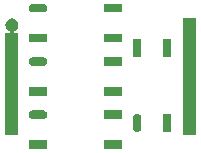
<source format=gbr>
G04 #@! TF.GenerationSoftware,KiCad,Pcbnew,(5.0.0)*
G04 #@! TF.CreationDate,2019-04-19T16:10:29+03:00*
G04 #@! TF.ProjectId,249__25__,3234391A1F323511222E6B696361645F,rev?*
G04 #@! TF.SameCoordinates,Original*
G04 #@! TF.FileFunction,Soldermask,Top*
G04 #@! TF.FilePolarity,Negative*
%FSLAX46Y46*%
G04 Gerber Fmt 4.6, Leading zero omitted, Abs format (unit mm)*
G04 Created by KiCad (PCBNEW (5.0.0)) date 04/19/19 16:10:29*
%MOMM*%
%LPD*%
G01*
G04 APERTURE LIST*
%ADD10C,0.100000*%
G04 APERTURE END LIST*
D10*
G36*
X127830600Y-78489800D02*
X126257400Y-78489800D01*
X126257400Y-77780200D01*
X127830600Y-77780200D01*
X127830600Y-78489800D01*
X127830600Y-78489800D01*
G37*
G36*
X121492600Y-78489800D02*
X119919400Y-78489800D01*
X119919400Y-77780200D01*
X121492600Y-77780200D01*
X121492600Y-78489800D01*
X121492600Y-78489800D01*
G37*
G36*
X134050000Y-77300000D02*
X132950000Y-77300000D01*
X132950000Y-67450000D01*
X134050000Y-67450000D01*
X134050000Y-77300000D01*
X134050000Y-77300000D01*
G37*
G36*
X118660429Y-67471136D02*
X118760523Y-67512597D01*
X118850604Y-67572787D01*
X118927213Y-67649396D01*
X118987403Y-67739477D01*
X119028864Y-67839571D01*
X119050000Y-67945830D01*
X119050000Y-68054170D01*
X119028864Y-68160429D01*
X118987403Y-68260523D01*
X118927213Y-68350604D01*
X118850604Y-68427213D01*
X118760523Y-68487403D01*
X118711731Y-68507614D01*
X118694445Y-68516853D01*
X118679292Y-68529290D01*
X118666856Y-68544443D01*
X118657615Y-68561732D01*
X118651924Y-68580492D01*
X118650003Y-68600001D01*
X118651925Y-68619510D01*
X118657615Y-68638269D01*
X118666856Y-68655558D01*
X118679293Y-68670711D01*
X118694446Y-68683147D01*
X118711735Y-68692388D01*
X118730495Y-68698079D01*
X118750003Y-68700000D01*
X119050000Y-68700000D01*
X119050000Y-77300000D01*
X117950000Y-77300000D01*
X117950000Y-68700000D01*
X118249997Y-68700000D01*
X118269506Y-68698079D01*
X118288265Y-68692388D01*
X118305554Y-68683147D01*
X118320708Y-68670711D01*
X118333144Y-68655557D01*
X118342385Y-68638268D01*
X118348076Y-68619509D01*
X118349997Y-68600000D01*
X118348076Y-68580491D01*
X118342385Y-68561732D01*
X118333144Y-68544443D01*
X118320708Y-68529289D01*
X118305554Y-68516853D01*
X118288269Y-68507614D01*
X118239477Y-68487403D01*
X118149396Y-68427213D01*
X118072787Y-68350604D01*
X118012597Y-68260523D01*
X117971136Y-68160429D01*
X117950000Y-68054170D01*
X117950000Y-67945830D01*
X117971136Y-67839571D01*
X118012597Y-67739477D01*
X118072787Y-67649396D01*
X118149396Y-67572787D01*
X118239477Y-67512597D01*
X118339571Y-67471136D01*
X118445830Y-67450000D01*
X118554170Y-67450000D01*
X118660429Y-67471136D01*
X118660429Y-67471136D01*
G37*
G36*
X129164549Y-75512533D02*
X129164552Y-75512534D01*
X129231432Y-75532822D01*
X129231434Y-75532823D01*
X129293069Y-75565767D01*
X129347093Y-75610103D01*
X129391435Y-75664133D01*
X129424377Y-75725765D01*
X129424378Y-75725767D01*
X129426097Y-75731435D01*
X129444667Y-75792650D01*
X129449800Y-75844771D01*
X129449800Y-76743229D01*
X129444667Y-76795350D01*
X129424377Y-76862235D01*
X129391435Y-76923867D01*
X129347095Y-76977895D01*
X129293067Y-77022235D01*
X129231435Y-77055177D01*
X129231433Y-77055178D01*
X129177000Y-77071690D01*
X129164550Y-77075467D01*
X129095000Y-77082317D01*
X129025451Y-77075467D01*
X129013001Y-77071690D01*
X128958568Y-77055178D01*
X128958566Y-77055177D01*
X128896934Y-77022235D01*
X128842906Y-76977895D01*
X128798566Y-76923867D01*
X128765624Y-76862235D01*
X128745334Y-76795350D01*
X128740201Y-76743229D01*
X128740200Y-75844772D01*
X128745333Y-75792651D01*
X128765623Y-75725766D01*
X128798567Y-75664131D01*
X128842903Y-75610107D01*
X128896933Y-75565765D01*
X128958565Y-75532823D01*
X128958567Y-75532822D01*
X129025447Y-75512534D01*
X129025450Y-75512533D01*
X129095000Y-75505683D01*
X129164549Y-75512533D01*
X129164549Y-75512533D01*
G37*
G36*
X131989800Y-77080600D02*
X131280200Y-77080600D01*
X131280200Y-75507400D01*
X131989800Y-75507400D01*
X131989800Y-77080600D01*
X131989800Y-77080600D01*
G37*
G36*
X127830600Y-75949800D02*
X126257400Y-75949800D01*
X126257400Y-75240200D01*
X127830600Y-75240200D01*
X127830600Y-75949800D01*
X127830600Y-75949800D01*
G37*
G36*
X121207350Y-75245333D02*
X121207353Y-75245334D01*
X121274233Y-75265622D01*
X121274235Y-75265623D01*
X121335867Y-75298565D01*
X121389895Y-75342905D01*
X121434235Y-75396933D01*
X121467177Y-75458565D01*
X121487467Y-75525450D01*
X121494317Y-75595000D01*
X121487467Y-75664550D01*
X121487466Y-75664553D01*
X121468897Y-75725767D01*
X121467177Y-75731435D01*
X121434235Y-75793067D01*
X121389895Y-75847095D01*
X121335867Y-75891435D01*
X121274235Y-75924377D01*
X121274233Y-75924378D01*
X121219800Y-75940890D01*
X121207350Y-75944667D01*
X121155229Y-75949800D01*
X120256771Y-75949800D01*
X120204650Y-75944667D01*
X120192200Y-75940890D01*
X120137767Y-75924378D01*
X120137765Y-75924377D01*
X120076133Y-75891435D01*
X120022105Y-75847095D01*
X119977765Y-75793067D01*
X119944823Y-75731435D01*
X119943104Y-75725767D01*
X119924534Y-75664553D01*
X119924533Y-75664550D01*
X119917683Y-75595000D01*
X119924533Y-75525450D01*
X119944823Y-75458565D01*
X119977765Y-75396933D01*
X120022105Y-75342905D01*
X120076133Y-75298565D01*
X120137765Y-75265623D01*
X120137767Y-75265622D01*
X120204647Y-75245334D01*
X120204650Y-75245333D01*
X120256771Y-75240200D01*
X121155229Y-75240200D01*
X121207350Y-75245333D01*
X121207350Y-75245333D01*
G37*
G36*
X127830600Y-73989800D02*
X126257400Y-73989800D01*
X126257400Y-73280200D01*
X127830600Y-73280200D01*
X127830600Y-73989800D01*
X127830600Y-73989800D01*
G37*
G36*
X121492600Y-73989800D02*
X119919400Y-73989800D01*
X119919400Y-73280200D01*
X121492600Y-73280200D01*
X121492600Y-73989800D01*
X121492600Y-73989800D01*
G37*
G36*
X127830600Y-71449800D02*
X126257400Y-71449800D01*
X126257400Y-70740200D01*
X127830600Y-70740200D01*
X127830600Y-71449800D01*
X127830600Y-71449800D01*
G37*
G36*
X121207350Y-70745333D02*
X121207353Y-70745334D01*
X121274233Y-70765622D01*
X121274235Y-70765623D01*
X121335867Y-70798565D01*
X121389895Y-70842905D01*
X121434235Y-70896933D01*
X121467177Y-70958565D01*
X121487467Y-71025450D01*
X121494317Y-71095000D01*
X121487467Y-71164550D01*
X121467177Y-71231435D01*
X121434235Y-71293067D01*
X121389895Y-71347095D01*
X121335867Y-71391435D01*
X121274235Y-71424377D01*
X121274233Y-71424378D01*
X121219800Y-71440890D01*
X121207350Y-71444667D01*
X121155229Y-71449800D01*
X120256771Y-71449800D01*
X120204650Y-71444667D01*
X120192200Y-71440890D01*
X120137767Y-71424378D01*
X120137765Y-71424377D01*
X120076133Y-71391435D01*
X120022105Y-71347095D01*
X119977765Y-71293067D01*
X119944823Y-71231435D01*
X119924533Y-71164550D01*
X119917683Y-71095000D01*
X119924533Y-71025450D01*
X119944823Y-70958565D01*
X119977765Y-70896933D01*
X120022105Y-70842905D01*
X120076133Y-70798565D01*
X120137765Y-70765623D01*
X120137767Y-70765622D01*
X120204647Y-70745334D01*
X120204650Y-70745333D01*
X120256771Y-70740200D01*
X121155229Y-70740200D01*
X121207350Y-70745333D01*
X121207350Y-70745333D01*
G37*
G36*
X131989800Y-70742600D02*
X131280200Y-70742600D01*
X131280200Y-69169400D01*
X131989800Y-69169400D01*
X131989800Y-70742600D01*
X131989800Y-70742600D01*
G37*
G36*
X129449800Y-70742600D02*
X128740200Y-70742600D01*
X128740200Y-69169400D01*
X129449800Y-69169400D01*
X129449800Y-70742600D01*
X129449800Y-70742600D01*
G37*
G36*
X121492600Y-69489800D02*
X119919400Y-69489800D01*
X119919400Y-68780200D01*
X121492600Y-68780200D01*
X121492600Y-69489800D01*
X121492600Y-69489800D01*
G37*
G36*
X127830600Y-69489800D02*
X126257400Y-69489800D01*
X126257400Y-68780200D01*
X127830600Y-68780200D01*
X127830600Y-69489800D01*
X127830600Y-69489800D01*
G37*
G36*
X127830600Y-66949800D02*
X126257400Y-66949800D01*
X126257400Y-66240200D01*
X127830600Y-66240200D01*
X127830600Y-66949800D01*
X127830600Y-66949800D01*
G37*
G36*
X121207350Y-66245333D02*
X121207353Y-66245334D01*
X121274233Y-66265622D01*
X121274235Y-66265623D01*
X121335867Y-66298565D01*
X121389895Y-66342905D01*
X121434235Y-66396933D01*
X121467177Y-66458565D01*
X121487467Y-66525450D01*
X121494317Y-66595000D01*
X121487467Y-66664550D01*
X121467177Y-66731435D01*
X121434235Y-66793067D01*
X121389895Y-66847095D01*
X121335867Y-66891435D01*
X121274235Y-66924377D01*
X121274233Y-66924378D01*
X121219800Y-66940890D01*
X121207350Y-66944667D01*
X121155229Y-66949800D01*
X120256771Y-66949800D01*
X120204650Y-66944667D01*
X120192200Y-66940890D01*
X120137767Y-66924378D01*
X120137765Y-66924377D01*
X120076133Y-66891435D01*
X120022105Y-66847095D01*
X119977765Y-66793067D01*
X119944823Y-66731435D01*
X119924533Y-66664550D01*
X119917683Y-66595000D01*
X119924533Y-66525450D01*
X119944823Y-66458565D01*
X119977765Y-66396933D01*
X120022105Y-66342905D01*
X120076133Y-66298565D01*
X120137765Y-66265623D01*
X120137767Y-66265622D01*
X120204647Y-66245334D01*
X120204650Y-66245333D01*
X120256771Y-66240200D01*
X121155229Y-66240200D01*
X121207350Y-66245333D01*
X121207350Y-66245333D01*
G37*
M02*

</source>
